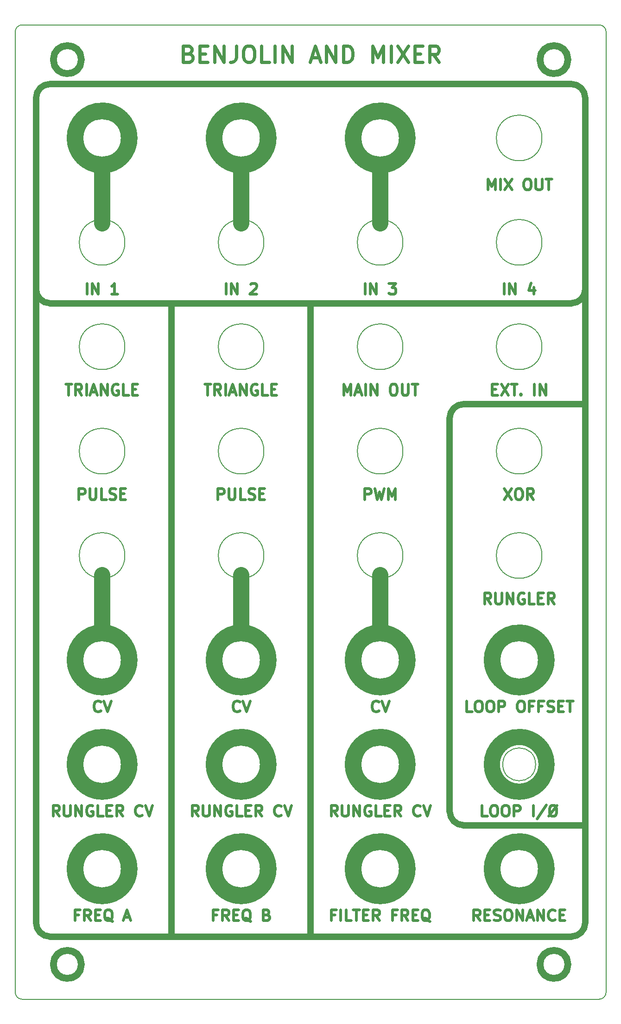
<source format=gbr>
G04 #@! TF.GenerationSoftware,KiCad,Pcbnew,(5.1.2-1)-1*
G04 #@! TF.CreationDate,2019-08-21T15:26:35+02:00*
G04 #@! TF.ProjectId,Benjolin_Panel,42656e6a-6f6c-4696-9e5f-50616e656c2e,rev?*
G04 #@! TF.SameCoordinates,Original*
G04 #@! TF.FileFunction,Copper,L1,Top*
G04 #@! TF.FilePolarity,Positive*
%FSLAX46Y46*%
G04 Gerber Fmt 4.6, Leading zero omitted, Abs format (unit mm)*
G04 Created by KiCad (PCBNEW (5.1.2-1)-1) date 2019-08-21 15:26:35*
%MOMM*%
%LPD*%
G04 APERTURE LIST*
%ADD10C,0.500000*%
%ADD11C,0.600000*%
%ADD12C,1.200000*%
%ADD13C,3.000000*%
%ADD14C,0.150000*%
G04 APERTURE END LIST*
D10*
X76518333Y-78279761D02*
X77661190Y-78279761D01*
X77089761Y-80279761D02*
X77089761Y-78279761D01*
X79470714Y-80279761D02*
X78804047Y-79327380D01*
X78327857Y-80279761D02*
X78327857Y-78279761D01*
X79089761Y-78279761D01*
X79280238Y-78375000D01*
X79375476Y-78470238D01*
X79470714Y-78660714D01*
X79470714Y-78946428D01*
X79375476Y-79136904D01*
X79280238Y-79232142D01*
X79089761Y-79327380D01*
X78327857Y-79327380D01*
X80327857Y-80279761D02*
X80327857Y-78279761D01*
X81185000Y-79708333D02*
X82137380Y-79708333D01*
X80994523Y-80279761D02*
X81661190Y-78279761D01*
X82327857Y-80279761D01*
X82994523Y-80279761D02*
X82994523Y-78279761D01*
X84137380Y-80279761D01*
X84137380Y-78279761D01*
X86137380Y-78375000D02*
X85946904Y-78279761D01*
X85661190Y-78279761D01*
X85375476Y-78375000D01*
X85185000Y-78565476D01*
X85089761Y-78755952D01*
X84994523Y-79136904D01*
X84994523Y-79422619D01*
X85089761Y-79803571D01*
X85185000Y-79994047D01*
X85375476Y-80184523D01*
X85661190Y-80279761D01*
X85851666Y-80279761D01*
X86137380Y-80184523D01*
X86232619Y-80089285D01*
X86232619Y-79422619D01*
X85851666Y-79422619D01*
X88042142Y-80279761D02*
X87089761Y-80279761D01*
X87089761Y-78279761D01*
X88708809Y-79232142D02*
X89375476Y-79232142D01*
X89661190Y-80279761D02*
X88708809Y-80279761D01*
X88708809Y-78279761D01*
X89661190Y-78279761D01*
X104346904Y-99329761D02*
X104346904Y-97329761D01*
X105108809Y-97329761D01*
X105299285Y-97425000D01*
X105394523Y-97520238D01*
X105489761Y-97710714D01*
X105489761Y-97996428D01*
X105394523Y-98186904D01*
X105299285Y-98282142D01*
X105108809Y-98377380D01*
X104346904Y-98377380D01*
X106346904Y-97329761D02*
X106346904Y-98948809D01*
X106442142Y-99139285D01*
X106537380Y-99234523D01*
X106727857Y-99329761D01*
X107108809Y-99329761D01*
X107299285Y-99234523D01*
X107394523Y-99139285D01*
X107489761Y-98948809D01*
X107489761Y-97329761D01*
X109394523Y-99329761D02*
X108442142Y-99329761D01*
X108442142Y-97329761D01*
X109965952Y-99234523D02*
X110251666Y-99329761D01*
X110727857Y-99329761D01*
X110918333Y-99234523D01*
X111013571Y-99139285D01*
X111108809Y-98948809D01*
X111108809Y-98758333D01*
X111013571Y-98567857D01*
X110918333Y-98472619D01*
X110727857Y-98377380D01*
X110346904Y-98282142D01*
X110156428Y-98186904D01*
X110061190Y-98091666D01*
X109965952Y-97901190D01*
X109965952Y-97710714D01*
X110061190Y-97520238D01*
X110156428Y-97425000D01*
X110346904Y-97329761D01*
X110823095Y-97329761D01*
X111108809Y-97425000D01*
X111965952Y-98282142D02*
X112632619Y-98282142D01*
X112918333Y-99329761D02*
X111965952Y-99329761D01*
X111965952Y-97329761D01*
X112918333Y-97329761D01*
X101918333Y-78279761D02*
X103061190Y-78279761D01*
X102489761Y-80279761D02*
X102489761Y-78279761D01*
X104870714Y-80279761D02*
X104204047Y-79327380D01*
X103727857Y-80279761D02*
X103727857Y-78279761D01*
X104489761Y-78279761D01*
X104680238Y-78375000D01*
X104775476Y-78470238D01*
X104870714Y-78660714D01*
X104870714Y-78946428D01*
X104775476Y-79136904D01*
X104680238Y-79232142D01*
X104489761Y-79327380D01*
X103727857Y-79327380D01*
X105727857Y-80279761D02*
X105727857Y-78279761D01*
X106585000Y-79708333D02*
X107537380Y-79708333D01*
X106394523Y-80279761D02*
X107061190Y-78279761D01*
X107727857Y-80279761D01*
X108394523Y-80279761D02*
X108394523Y-78279761D01*
X109537380Y-80279761D01*
X109537380Y-78279761D01*
X111537380Y-78375000D02*
X111346904Y-78279761D01*
X111061190Y-78279761D01*
X110775476Y-78375000D01*
X110585000Y-78565476D01*
X110489761Y-78755952D01*
X110394523Y-79136904D01*
X110394523Y-79422619D01*
X110489761Y-79803571D01*
X110585000Y-79994047D01*
X110775476Y-80184523D01*
X111061190Y-80279761D01*
X111251666Y-80279761D01*
X111537380Y-80184523D01*
X111632619Y-80089285D01*
X111632619Y-79422619D01*
X111251666Y-79422619D01*
X113442142Y-80279761D02*
X112489761Y-80279761D01*
X112489761Y-78279761D01*
X114108809Y-79232142D02*
X114775476Y-79232142D01*
X115061190Y-80279761D02*
X114108809Y-80279761D01*
X114108809Y-78279761D01*
X115061190Y-78279761D01*
X82946904Y-137874285D02*
X82851666Y-137969523D01*
X82565952Y-138064761D01*
X82375476Y-138064761D01*
X82089761Y-137969523D01*
X81899285Y-137779047D01*
X81804047Y-137588571D01*
X81708809Y-137207619D01*
X81708809Y-136921904D01*
X81804047Y-136540952D01*
X81899285Y-136350476D01*
X82089761Y-136160000D01*
X82375476Y-136064761D01*
X82565952Y-136064761D01*
X82851666Y-136160000D01*
X82946904Y-136255238D01*
X83518333Y-136064761D02*
X84185000Y-138064761D01*
X84851666Y-136064761D01*
X108346904Y-137874285D02*
X108251666Y-137969523D01*
X107965952Y-138064761D01*
X107775476Y-138064761D01*
X107489761Y-137969523D01*
X107299285Y-137779047D01*
X107204047Y-137588571D01*
X107108809Y-137207619D01*
X107108809Y-136921904D01*
X107204047Y-136540952D01*
X107299285Y-136350476D01*
X107489761Y-136160000D01*
X107775476Y-136064761D01*
X107965952Y-136064761D01*
X108251666Y-136160000D01*
X108346904Y-136255238D01*
X108918333Y-136064761D02*
X109585000Y-138064761D01*
X110251666Y-136064761D01*
X78946904Y-99329761D02*
X78946904Y-97329761D01*
X79708809Y-97329761D01*
X79899285Y-97425000D01*
X79994523Y-97520238D01*
X80089761Y-97710714D01*
X80089761Y-97996428D01*
X79994523Y-98186904D01*
X79899285Y-98282142D01*
X79708809Y-98377380D01*
X78946904Y-98377380D01*
X80946904Y-97329761D02*
X80946904Y-98948809D01*
X81042142Y-99139285D01*
X81137380Y-99234523D01*
X81327857Y-99329761D01*
X81708809Y-99329761D01*
X81899285Y-99234523D01*
X81994523Y-99139285D01*
X82089761Y-98948809D01*
X82089761Y-97329761D01*
X83994523Y-99329761D02*
X83042142Y-99329761D01*
X83042142Y-97329761D01*
X84565952Y-99234523D02*
X84851666Y-99329761D01*
X85327857Y-99329761D01*
X85518333Y-99234523D01*
X85613571Y-99139285D01*
X85708809Y-98948809D01*
X85708809Y-98758333D01*
X85613571Y-98567857D01*
X85518333Y-98472619D01*
X85327857Y-98377380D01*
X84946904Y-98282142D01*
X84756428Y-98186904D01*
X84661190Y-98091666D01*
X84565952Y-97901190D01*
X84565952Y-97710714D01*
X84661190Y-97520238D01*
X84756428Y-97425000D01*
X84946904Y-97329761D01*
X85423095Y-97329761D01*
X85708809Y-97425000D01*
X86565952Y-98282142D02*
X87232619Y-98282142D01*
X87518333Y-99329761D02*
X86565952Y-99329761D01*
X86565952Y-97329761D01*
X87518333Y-97329761D01*
X131175476Y-99329761D02*
X131175476Y-97329761D01*
X131937380Y-97329761D01*
X132127857Y-97425000D01*
X132223095Y-97520238D01*
X132318333Y-97710714D01*
X132318333Y-97996428D01*
X132223095Y-98186904D01*
X132127857Y-98282142D01*
X131937380Y-98377380D01*
X131175476Y-98377380D01*
X132985000Y-97329761D02*
X133461190Y-99329761D01*
X133842142Y-97901190D01*
X134223095Y-99329761D01*
X134699285Y-97329761D01*
X135461190Y-99329761D02*
X135461190Y-97329761D01*
X136127857Y-98758333D01*
X136794523Y-97329761D01*
X136794523Y-99329761D01*
X78899285Y-175117142D02*
X78232619Y-175117142D01*
X78232619Y-176164761D02*
X78232619Y-174164761D01*
X79185000Y-174164761D01*
X81089761Y-176164761D02*
X80423095Y-175212380D01*
X79946904Y-176164761D02*
X79946904Y-174164761D01*
X80708809Y-174164761D01*
X80899285Y-174260000D01*
X80994523Y-174355238D01*
X81089761Y-174545714D01*
X81089761Y-174831428D01*
X80994523Y-175021904D01*
X80899285Y-175117142D01*
X80708809Y-175212380D01*
X79946904Y-175212380D01*
X81946904Y-175117142D02*
X82613571Y-175117142D01*
X82899285Y-176164761D02*
X81946904Y-176164761D01*
X81946904Y-174164761D01*
X82899285Y-174164761D01*
X85089761Y-176355238D02*
X84899285Y-176260000D01*
X84708809Y-176069523D01*
X84423095Y-175783809D01*
X84232619Y-175688571D01*
X84042142Y-175688571D01*
X84137380Y-176164761D02*
X83946904Y-176069523D01*
X83756428Y-175879047D01*
X83661190Y-175498095D01*
X83661190Y-174831428D01*
X83756428Y-174450476D01*
X83946904Y-174260000D01*
X84137380Y-174164761D01*
X84518333Y-174164761D01*
X84708809Y-174260000D01*
X84899285Y-174450476D01*
X84994523Y-174831428D01*
X84994523Y-175498095D01*
X84899285Y-175879047D01*
X84708809Y-176069523D01*
X84518333Y-176164761D01*
X84137380Y-176164761D01*
X87280238Y-175593333D02*
X88232619Y-175593333D01*
X87089761Y-176164761D02*
X87756428Y-174164761D01*
X88423095Y-176164761D01*
X153575476Y-157114761D02*
X152623095Y-157114761D01*
X152623095Y-155114761D01*
X154623095Y-155114761D02*
X155004047Y-155114761D01*
X155194523Y-155210000D01*
X155385000Y-155400476D01*
X155480238Y-155781428D01*
X155480238Y-156448095D01*
X155385000Y-156829047D01*
X155194523Y-157019523D01*
X155004047Y-157114761D01*
X154623095Y-157114761D01*
X154432619Y-157019523D01*
X154242142Y-156829047D01*
X154146904Y-156448095D01*
X154146904Y-155781428D01*
X154242142Y-155400476D01*
X154432619Y-155210000D01*
X154623095Y-155114761D01*
X156718333Y-155114761D02*
X157099285Y-155114761D01*
X157289761Y-155210000D01*
X157480238Y-155400476D01*
X157575476Y-155781428D01*
X157575476Y-156448095D01*
X157480238Y-156829047D01*
X157289761Y-157019523D01*
X157099285Y-157114761D01*
X156718333Y-157114761D01*
X156527857Y-157019523D01*
X156337380Y-156829047D01*
X156242142Y-156448095D01*
X156242142Y-155781428D01*
X156337380Y-155400476D01*
X156527857Y-155210000D01*
X156718333Y-155114761D01*
X158432619Y-157114761D02*
X158432619Y-155114761D01*
X159194523Y-155114761D01*
X159385000Y-155210000D01*
X159480238Y-155305238D01*
X159575476Y-155495714D01*
X159575476Y-155781428D01*
X159480238Y-155971904D01*
X159385000Y-156067142D01*
X159194523Y-156162380D01*
X158432619Y-156162380D01*
X161956428Y-157114761D02*
X161956428Y-155114761D01*
X164337380Y-155019523D02*
X162623095Y-157590952D01*
X166337380Y-155114761D02*
X164813571Y-157114761D01*
X165385000Y-157114761D02*
X165194523Y-157019523D01*
X165004047Y-156829047D01*
X164908809Y-156448095D01*
X164908809Y-155781428D01*
X165004047Y-155400476D01*
X165194523Y-155210000D01*
X165385000Y-155114761D01*
X165765952Y-155114761D01*
X165956428Y-155210000D01*
X166146904Y-155400476D01*
X166242142Y-155781428D01*
X166242142Y-156448095D01*
X166146904Y-156829047D01*
X165956428Y-157019523D01*
X165765952Y-157114761D01*
X165385000Y-157114761D01*
X80423095Y-61864761D02*
X80423095Y-59864761D01*
X81375476Y-61864761D02*
X81375476Y-59864761D01*
X82518333Y-61864761D01*
X82518333Y-59864761D01*
X86042142Y-61864761D02*
X84899285Y-61864761D01*
X85470714Y-61864761D02*
X85470714Y-59864761D01*
X85280238Y-60150476D01*
X85089761Y-60340952D01*
X84899285Y-60436190D01*
X100775476Y-157114761D02*
X100108809Y-156162380D01*
X99632619Y-157114761D02*
X99632619Y-155114761D01*
X100394523Y-155114761D01*
X100585000Y-155210000D01*
X100680238Y-155305238D01*
X100775476Y-155495714D01*
X100775476Y-155781428D01*
X100680238Y-155971904D01*
X100585000Y-156067142D01*
X100394523Y-156162380D01*
X99632619Y-156162380D01*
X101632619Y-155114761D02*
X101632619Y-156733809D01*
X101727857Y-156924285D01*
X101823095Y-157019523D01*
X102013571Y-157114761D01*
X102394523Y-157114761D01*
X102585000Y-157019523D01*
X102680238Y-156924285D01*
X102775476Y-156733809D01*
X102775476Y-155114761D01*
X103727857Y-157114761D02*
X103727857Y-155114761D01*
X104870714Y-157114761D01*
X104870714Y-155114761D01*
X106870714Y-155210000D02*
X106680238Y-155114761D01*
X106394523Y-155114761D01*
X106108809Y-155210000D01*
X105918333Y-155400476D01*
X105823095Y-155590952D01*
X105727857Y-155971904D01*
X105727857Y-156257619D01*
X105823095Y-156638571D01*
X105918333Y-156829047D01*
X106108809Y-157019523D01*
X106394523Y-157114761D01*
X106585000Y-157114761D01*
X106870714Y-157019523D01*
X106965952Y-156924285D01*
X106965952Y-156257619D01*
X106585000Y-156257619D01*
X108775476Y-157114761D02*
X107823095Y-157114761D01*
X107823095Y-155114761D01*
X109442142Y-156067142D02*
X110108809Y-156067142D01*
X110394523Y-157114761D02*
X109442142Y-157114761D01*
X109442142Y-155114761D01*
X110394523Y-155114761D01*
X112394523Y-157114761D02*
X111727857Y-156162380D01*
X111251666Y-157114761D02*
X111251666Y-155114761D01*
X112013571Y-155114761D01*
X112204047Y-155210000D01*
X112299285Y-155305238D01*
X112394523Y-155495714D01*
X112394523Y-155781428D01*
X112299285Y-155971904D01*
X112204047Y-156067142D01*
X112013571Y-156162380D01*
X111251666Y-156162380D01*
X115918333Y-156924285D02*
X115823095Y-157019523D01*
X115537380Y-157114761D01*
X115346904Y-157114761D01*
X115061190Y-157019523D01*
X114870714Y-156829047D01*
X114775476Y-156638571D01*
X114680238Y-156257619D01*
X114680238Y-155971904D01*
X114775476Y-155590952D01*
X114870714Y-155400476D01*
X115061190Y-155210000D01*
X115346904Y-155114761D01*
X115537380Y-155114761D01*
X115823095Y-155210000D01*
X115918333Y-155305238D01*
X116489761Y-155114761D02*
X117156428Y-157114761D01*
X117823095Y-155114761D01*
X75375476Y-157114761D02*
X74708809Y-156162380D01*
X74232619Y-157114761D02*
X74232619Y-155114761D01*
X74994523Y-155114761D01*
X75185000Y-155210000D01*
X75280238Y-155305238D01*
X75375476Y-155495714D01*
X75375476Y-155781428D01*
X75280238Y-155971904D01*
X75185000Y-156067142D01*
X74994523Y-156162380D01*
X74232619Y-156162380D01*
X76232619Y-155114761D02*
X76232619Y-156733809D01*
X76327857Y-156924285D01*
X76423095Y-157019523D01*
X76613571Y-157114761D01*
X76994523Y-157114761D01*
X77185000Y-157019523D01*
X77280238Y-156924285D01*
X77375476Y-156733809D01*
X77375476Y-155114761D01*
X78327857Y-157114761D02*
X78327857Y-155114761D01*
X79470714Y-157114761D01*
X79470714Y-155114761D01*
X81470714Y-155210000D02*
X81280238Y-155114761D01*
X80994523Y-155114761D01*
X80708809Y-155210000D01*
X80518333Y-155400476D01*
X80423095Y-155590952D01*
X80327857Y-155971904D01*
X80327857Y-156257619D01*
X80423095Y-156638571D01*
X80518333Y-156829047D01*
X80708809Y-157019523D01*
X80994523Y-157114761D01*
X81185000Y-157114761D01*
X81470714Y-157019523D01*
X81565952Y-156924285D01*
X81565952Y-156257619D01*
X81185000Y-156257619D01*
X83375476Y-157114761D02*
X82423095Y-157114761D01*
X82423095Y-155114761D01*
X84042142Y-156067142D02*
X84708809Y-156067142D01*
X84994523Y-157114761D02*
X84042142Y-157114761D01*
X84042142Y-155114761D01*
X84994523Y-155114761D01*
X86994523Y-157114761D02*
X86327857Y-156162380D01*
X85851666Y-157114761D02*
X85851666Y-155114761D01*
X86613571Y-155114761D01*
X86804047Y-155210000D01*
X86899285Y-155305238D01*
X86994523Y-155495714D01*
X86994523Y-155781428D01*
X86899285Y-155971904D01*
X86804047Y-156067142D01*
X86613571Y-156162380D01*
X85851666Y-156162380D01*
X90518333Y-156924285D02*
X90423095Y-157019523D01*
X90137380Y-157114761D01*
X89946904Y-157114761D01*
X89661190Y-157019523D01*
X89470714Y-156829047D01*
X89375476Y-156638571D01*
X89280238Y-156257619D01*
X89280238Y-155971904D01*
X89375476Y-155590952D01*
X89470714Y-155400476D01*
X89661190Y-155210000D01*
X89946904Y-155114761D01*
X90137380Y-155114761D01*
X90423095Y-155210000D01*
X90518333Y-155305238D01*
X91089761Y-155114761D02*
X91756428Y-157114761D01*
X92423095Y-155114761D01*
X126175476Y-157114761D02*
X125508809Y-156162380D01*
X125032619Y-157114761D02*
X125032619Y-155114761D01*
X125794523Y-155114761D01*
X125985000Y-155210000D01*
X126080238Y-155305238D01*
X126175476Y-155495714D01*
X126175476Y-155781428D01*
X126080238Y-155971904D01*
X125985000Y-156067142D01*
X125794523Y-156162380D01*
X125032619Y-156162380D01*
X127032619Y-155114761D02*
X127032619Y-156733809D01*
X127127857Y-156924285D01*
X127223095Y-157019523D01*
X127413571Y-157114761D01*
X127794523Y-157114761D01*
X127985000Y-157019523D01*
X128080238Y-156924285D01*
X128175476Y-156733809D01*
X128175476Y-155114761D01*
X129127857Y-157114761D02*
X129127857Y-155114761D01*
X130270714Y-157114761D01*
X130270714Y-155114761D01*
X132270714Y-155210000D02*
X132080238Y-155114761D01*
X131794523Y-155114761D01*
X131508809Y-155210000D01*
X131318333Y-155400476D01*
X131223095Y-155590952D01*
X131127857Y-155971904D01*
X131127857Y-156257619D01*
X131223095Y-156638571D01*
X131318333Y-156829047D01*
X131508809Y-157019523D01*
X131794523Y-157114761D01*
X131985000Y-157114761D01*
X132270714Y-157019523D01*
X132365952Y-156924285D01*
X132365952Y-156257619D01*
X131985000Y-156257619D01*
X134175476Y-157114761D02*
X133223095Y-157114761D01*
X133223095Y-155114761D01*
X134842142Y-156067142D02*
X135508809Y-156067142D01*
X135794523Y-157114761D02*
X134842142Y-157114761D01*
X134842142Y-155114761D01*
X135794523Y-155114761D01*
X137794523Y-157114761D02*
X137127857Y-156162380D01*
X136651666Y-157114761D02*
X136651666Y-155114761D01*
X137413571Y-155114761D01*
X137604047Y-155210000D01*
X137699285Y-155305238D01*
X137794523Y-155495714D01*
X137794523Y-155781428D01*
X137699285Y-155971904D01*
X137604047Y-156067142D01*
X137413571Y-156162380D01*
X136651666Y-156162380D01*
X141318333Y-156924285D02*
X141223095Y-157019523D01*
X140937380Y-157114761D01*
X140746904Y-157114761D01*
X140461190Y-157019523D01*
X140270714Y-156829047D01*
X140175476Y-156638571D01*
X140080238Y-156257619D01*
X140080238Y-155971904D01*
X140175476Y-155590952D01*
X140270714Y-155400476D01*
X140461190Y-155210000D01*
X140746904Y-155114761D01*
X140937380Y-155114761D01*
X141223095Y-155210000D01*
X141318333Y-155305238D01*
X141889761Y-155114761D02*
X142556428Y-157114761D01*
X143223095Y-155114761D01*
X133746904Y-137874285D02*
X133651666Y-137969523D01*
X133365952Y-138064761D01*
X133175476Y-138064761D01*
X132889761Y-137969523D01*
X132699285Y-137779047D01*
X132604047Y-137588571D01*
X132508809Y-137207619D01*
X132508809Y-136921904D01*
X132604047Y-136540952D01*
X132699285Y-136350476D01*
X132889761Y-136160000D01*
X133175476Y-136064761D01*
X133365952Y-136064761D01*
X133651666Y-136160000D01*
X133746904Y-136255238D01*
X134318333Y-136064761D02*
X134985000Y-138064761D01*
X135651666Y-136064761D01*
X152242142Y-176164761D02*
X151575476Y-175212380D01*
X151099285Y-176164761D02*
X151099285Y-174164761D01*
X151861190Y-174164761D01*
X152051666Y-174260000D01*
X152146904Y-174355238D01*
X152242142Y-174545714D01*
X152242142Y-174831428D01*
X152146904Y-175021904D01*
X152051666Y-175117142D01*
X151861190Y-175212380D01*
X151099285Y-175212380D01*
X153099285Y-175117142D02*
X153765952Y-175117142D01*
X154051666Y-176164761D02*
X153099285Y-176164761D01*
X153099285Y-174164761D01*
X154051666Y-174164761D01*
X154813571Y-176069523D02*
X155099285Y-176164761D01*
X155575476Y-176164761D01*
X155765952Y-176069523D01*
X155861190Y-175974285D01*
X155956428Y-175783809D01*
X155956428Y-175593333D01*
X155861190Y-175402857D01*
X155765952Y-175307619D01*
X155575476Y-175212380D01*
X155194523Y-175117142D01*
X155004047Y-175021904D01*
X154908809Y-174926666D01*
X154813571Y-174736190D01*
X154813571Y-174545714D01*
X154908809Y-174355238D01*
X155004047Y-174260000D01*
X155194523Y-174164761D01*
X155670714Y-174164761D01*
X155956428Y-174260000D01*
X157194523Y-174164761D02*
X157575476Y-174164761D01*
X157765952Y-174260000D01*
X157956428Y-174450476D01*
X158051666Y-174831428D01*
X158051666Y-175498095D01*
X157956428Y-175879047D01*
X157765952Y-176069523D01*
X157575476Y-176164761D01*
X157194523Y-176164761D01*
X157004047Y-176069523D01*
X156813571Y-175879047D01*
X156718333Y-175498095D01*
X156718333Y-174831428D01*
X156813571Y-174450476D01*
X157004047Y-174260000D01*
X157194523Y-174164761D01*
X158908809Y-176164761D02*
X158908809Y-174164761D01*
X160051666Y-176164761D01*
X160051666Y-174164761D01*
X160908809Y-175593333D02*
X161861190Y-175593333D01*
X160718333Y-176164761D02*
X161384999Y-174164761D01*
X162051666Y-176164761D01*
X162718333Y-176164761D02*
X162718333Y-174164761D01*
X163861190Y-176164761D01*
X163861190Y-174164761D01*
X165956428Y-175974285D02*
X165861190Y-176069523D01*
X165575476Y-176164761D01*
X165384999Y-176164761D01*
X165099285Y-176069523D01*
X164908809Y-175879047D01*
X164813571Y-175688571D01*
X164718333Y-175307619D01*
X164718333Y-175021904D01*
X164813571Y-174640952D01*
X164908809Y-174450476D01*
X165099285Y-174260000D01*
X165384999Y-174164761D01*
X165575476Y-174164761D01*
X165861190Y-174260000D01*
X165956428Y-174355238D01*
X166813571Y-175117142D02*
X167480238Y-175117142D01*
X167765952Y-176164761D02*
X166813571Y-176164761D01*
X166813571Y-174164761D01*
X167765952Y-174164761D01*
X127318333Y-80279761D02*
X127318333Y-78279761D01*
X127985000Y-79708333D01*
X128651666Y-78279761D01*
X128651666Y-80279761D01*
X129508809Y-79708333D02*
X130461190Y-79708333D01*
X129318333Y-80279761D02*
X129985000Y-78279761D01*
X130651666Y-80279761D01*
X131318333Y-80279761D02*
X131318333Y-78279761D01*
X132270714Y-80279761D02*
X132270714Y-78279761D01*
X133413571Y-80279761D01*
X133413571Y-78279761D01*
X136270714Y-78279761D02*
X136651666Y-78279761D01*
X136842142Y-78375000D01*
X137032619Y-78565476D01*
X137127857Y-78946428D01*
X137127857Y-79613095D01*
X137032619Y-79994047D01*
X136842142Y-80184523D01*
X136651666Y-80279761D01*
X136270714Y-80279761D01*
X136080238Y-80184523D01*
X135889761Y-79994047D01*
X135794523Y-79613095D01*
X135794523Y-78946428D01*
X135889761Y-78565476D01*
X136080238Y-78375000D01*
X136270714Y-78279761D01*
X137985000Y-78279761D02*
X137985000Y-79898809D01*
X138080238Y-80089285D01*
X138175476Y-80184523D01*
X138365952Y-80279761D01*
X138746904Y-80279761D01*
X138937380Y-80184523D01*
X139032619Y-80089285D01*
X139127857Y-79898809D01*
X139127857Y-78279761D01*
X139794523Y-78279761D02*
X140937380Y-78279761D01*
X140365952Y-80279761D02*
X140365952Y-78279761D01*
X154480238Y-79232142D02*
X155146904Y-79232142D01*
X155432619Y-80279761D02*
X154480238Y-80279761D01*
X154480238Y-78279761D01*
X155432619Y-78279761D01*
X156099285Y-78279761D02*
X157432619Y-80279761D01*
X157432619Y-78279761D02*
X156099285Y-80279761D01*
X157908809Y-78279761D02*
X159051666Y-78279761D01*
X158480238Y-80279761D02*
X158480238Y-78279761D01*
X159718333Y-80089285D02*
X159813571Y-80184523D01*
X159718333Y-80279761D01*
X159623095Y-80184523D01*
X159718333Y-80089285D01*
X159718333Y-80279761D01*
X162194523Y-80279761D02*
X162194523Y-78279761D01*
X163146904Y-80279761D02*
X163146904Y-78279761D01*
X164289761Y-80279761D01*
X164289761Y-78279761D01*
D11*
X98999285Y-17946714D02*
X99427857Y-18089571D01*
X99570714Y-18232428D01*
X99713571Y-18518142D01*
X99713571Y-18946714D01*
X99570714Y-19232428D01*
X99427857Y-19375285D01*
X99142142Y-19518142D01*
X97999285Y-19518142D01*
X97999285Y-16518142D01*
X98999285Y-16518142D01*
X99285000Y-16661000D01*
X99427857Y-16803857D01*
X99570714Y-17089571D01*
X99570714Y-17375285D01*
X99427857Y-17661000D01*
X99285000Y-17803857D01*
X98999285Y-17946714D01*
X97999285Y-17946714D01*
X100999285Y-17946714D02*
X101999285Y-17946714D01*
X102427857Y-19518142D02*
X100999285Y-19518142D01*
X100999285Y-16518142D01*
X102427857Y-16518142D01*
X103713571Y-19518142D02*
X103713571Y-16518142D01*
X105427857Y-19518142D01*
X105427857Y-16518142D01*
X107713571Y-16518142D02*
X107713571Y-18661000D01*
X107570714Y-19089571D01*
X107285000Y-19375285D01*
X106856428Y-19518142D01*
X106570714Y-19518142D01*
X109713571Y-16518142D02*
X110285000Y-16518142D01*
X110570714Y-16661000D01*
X110856428Y-16946714D01*
X110999285Y-17518142D01*
X110999285Y-18518142D01*
X110856428Y-19089571D01*
X110570714Y-19375285D01*
X110285000Y-19518142D01*
X109713571Y-19518142D01*
X109427857Y-19375285D01*
X109142142Y-19089571D01*
X108999285Y-18518142D01*
X108999285Y-17518142D01*
X109142142Y-16946714D01*
X109427857Y-16661000D01*
X109713571Y-16518142D01*
X113713571Y-19518142D02*
X112285000Y-19518142D01*
X112285000Y-16518142D01*
X114713571Y-19518142D02*
X114713571Y-16518142D01*
X116142142Y-19518142D02*
X116142142Y-16518142D01*
X117856428Y-19518142D01*
X117856428Y-16518142D01*
X121427857Y-18661000D02*
X122856428Y-18661000D01*
X121142142Y-19518142D02*
X122142142Y-16518142D01*
X123142142Y-19518142D01*
X124142142Y-19518142D02*
X124142142Y-16518142D01*
X125856428Y-19518142D01*
X125856428Y-16518142D01*
X127285000Y-19518142D02*
X127285000Y-16518142D01*
X127999285Y-16518142D01*
X128427857Y-16661000D01*
X128713571Y-16946714D01*
X128856428Y-17232428D01*
X128999285Y-17803857D01*
X128999285Y-18232428D01*
X128856428Y-18803857D01*
X128713571Y-19089571D01*
X128427857Y-19375285D01*
X127999285Y-19518142D01*
X127285000Y-19518142D01*
X132570714Y-19518142D02*
X132570714Y-16518142D01*
X133570714Y-18661000D01*
X134570714Y-16518142D01*
X134570714Y-19518142D01*
X135999285Y-19518142D02*
X135999285Y-16518142D01*
X137142142Y-16518142D02*
X139142142Y-19518142D01*
X139142142Y-16518142D02*
X137142142Y-19518142D01*
X140285000Y-17946714D02*
X141285000Y-17946714D01*
X141713571Y-19518142D02*
X140285000Y-19518142D01*
X140285000Y-16518142D01*
X141713571Y-16518142D01*
X144713571Y-19518142D02*
X143713571Y-18089571D01*
X142999285Y-19518142D02*
X142999285Y-16518142D01*
X144142142Y-16518142D01*
X144427857Y-16661000D01*
X144570714Y-16803857D01*
X144713571Y-17089571D01*
X144713571Y-17518142D01*
X144570714Y-17803857D01*
X144427857Y-17946714D01*
X144142142Y-18089571D01*
X142999285Y-18089571D01*
D10*
X131223095Y-61864761D02*
X131223095Y-59864761D01*
X132175476Y-61864761D02*
X132175476Y-59864761D01*
X133318333Y-61864761D01*
X133318333Y-59864761D01*
X135604047Y-59864761D02*
X136842142Y-59864761D01*
X136175476Y-60626666D01*
X136461190Y-60626666D01*
X136651666Y-60721904D01*
X136746904Y-60817142D01*
X136842142Y-61007619D01*
X136842142Y-61483809D01*
X136746904Y-61674285D01*
X136651666Y-61769523D01*
X136461190Y-61864761D01*
X135889761Y-61864761D01*
X135699285Y-61769523D01*
X135604047Y-61674285D01*
X156623095Y-61864761D02*
X156623095Y-59864761D01*
X157575476Y-61864761D02*
X157575476Y-59864761D01*
X158718333Y-61864761D01*
X158718333Y-59864761D01*
X162051666Y-60531428D02*
X162051666Y-61864761D01*
X161575476Y-59769523D02*
X161099285Y-61198095D01*
X162337380Y-61198095D01*
X105823095Y-61864761D02*
X105823095Y-59864761D01*
X106775476Y-61864761D02*
X106775476Y-59864761D01*
X107918333Y-61864761D01*
X107918333Y-59864761D01*
X110299285Y-60055238D02*
X110394523Y-59960000D01*
X110585000Y-59864761D01*
X111061190Y-59864761D01*
X111251666Y-59960000D01*
X111346904Y-60055238D01*
X111442142Y-60245714D01*
X111442142Y-60436190D01*
X111346904Y-60721904D01*
X110204047Y-61864761D01*
X111442142Y-61864761D01*
X125746904Y-175117142D02*
X125080238Y-175117142D01*
X125080238Y-176164761D02*
X125080238Y-174164761D01*
X126032619Y-174164761D01*
X126794523Y-176164761D02*
X126794523Y-174164761D01*
X128699285Y-176164761D02*
X127746904Y-176164761D01*
X127746904Y-174164761D01*
X129080238Y-174164761D02*
X130223095Y-174164761D01*
X129651666Y-176164761D02*
X129651666Y-174164761D01*
X130889761Y-175117142D02*
X131556428Y-175117142D01*
X131842142Y-176164761D02*
X130889761Y-176164761D01*
X130889761Y-174164761D01*
X131842142Y-174164761D01*
X133842142Y-176164761D02*
X133175476Y-175212380D01*
X132699285Y-176164761D02*
X132699285Y-174164761D01*
X133461190Y-174164761D01*
X133651666Y-174260000D01*
X133746904Y-174355238D01*
X133842142Y-174545714D01*
X133842142Y-174831428D01*
X133746904Y-175021904D01*
X133651666Y-175117142D01*
X133461190Y-175212380D01*
X132699285Y-175212380D01*
X136889761Y-175117142D02*
X136223095Y-175117142D01*
X136223095Y-176164761D02*
X136223095Y-174164761D01*
X137175476Y-174164761D01*
X139080238Y-176164761D02*
X138413571Y-175212380D01*
X137937380Y-176164761D02*
X137937380Y-174164761D01*
X138699285Y-174164761D01*
X138889761Y-174260000D01*
X138985000Y-174355238D01*
X139080238Y-174545714D01*
X139080238Y-174831428D01*
X138985000Y-175021904D01*
X138889761Y-175117142D01*
X138699285Y-175212380D01*
X137937380Y-175212380D01*
X139937380Y-175117142D02*
X140604047Y-175117142D01*
X140889761Y-176164761D02*
X139937380Y-176164761D01*
X139937380Y-174164761D01*
X140889761Y-174164761D01*
X143080238Y-176355238D02*
X142889761Y-176260000D01*
X142699285Y-176069523D01*
X142413571Y-175783809D01*
X142223095Y-175688571D01*
X142032619Y-175688571D01*
X142127857Y-176164761D02*
X141937380Y-176069523D01*
X141746904Y-175879047D01*
X141651666Y-175498095D01*
X141651666Y-174831428D01*
X141746904Y-174450476D01*
X141937380Y-174260000D01*
X142127857Y-174164761D01*
X142508809Y-174164761D01*
X142699285Y-174260000D01*
X142889761Y-174450476D01*
X142985000Y-174831428D01*
X142985000Y-175498095D01*
X142889761Y-175879047D01*
X142699285Y-176069523D01*
X142508809Y-176164761D01*
X142127857Y-176164761D01*
X156670714Y-97329761D02*
X158004047Y-99329761D01*
X158004047Y-97329761D02*
X156670714Y-99329761D01*
X159146904Y-97329761D02*
X159527857Y-97329761D01*
X159718333Y-97425000D01*
X159908809Y-97615476D01*
X160004047Y-97996428D01*
X160004047Y-98663095D01*
X159908809Y-99044047D01*
X159718333Y-99234523D01*
X159527857Y-99329761D01*
X159146904Y-99329761D01*
X158956428Y-99234523D01*
X158765952Y-99044047D01*
X158670714Y-98663095D01*
X158670714Y-97996428D01*
X158765952Y-97615476D01*
X158956428Y-97425000D01*
X159146904Y-97329761D01*
X162004047Y-99329761D02*
X161337380Y-98377380D01*
X160861190Y-99329761D02*
X160861190Y-97329761D01*
X161623095Y-97329761D01*
X161813571Y-97425000D01*
X161908809Y-97520238D01*
X162004047Y-97710714D01*
X162004047Y-97996428D01*
X161908809Y-98186904D01*
X161813571Y-98282142D01*
X161623095Y-98377380D01*
X160861190Y-98377380D01*
X153670714Y-42814761D02*
X153670714Y-40814761D01*
X154337380Y-42243333D01*
X155004047Y-40814761D01*
X155004047Y-42814761D01*
X155956428Y-42814761D02*
X155956428Y-40814761D01*
X156718333Y-40814761D02*
X158051666Y-42814761D01*
X158051666Y-40814761D02*
X156718333Y-42814761D01*
X160718333Y-40814761D02*
X161099285Y-40814761D01*
X161289761Y-40910000D01*
X161480238Y-41100476D01*
X161575476Y-41481428D01*
X161575476Y-42148095D01*
X161480238Y-42529047D01*
X161289761Y-42719523D01*
X161099285Y-42814761D01*
X160718333Y-42814761D01*
X160527857Y-42719523D01*
X160337380Y-42529047D01*
X160242142Y-42148095D01*
X160242142Y-41481428D01*
X160337380Y-41100476D01*
X160527857Y-40910000D01*
X160718333Y-40814761D01*
X162432619Y-40814761D02*
X162432619Y-42433809D01*
X162527857Y-42624285D01*
X162623095Y-42719523D01*
X162813571Y-42814761D01*
X163194523Y-42814761D01*
X163385000Y-42719523D01*
X163480238Y-42624285D01*
X163575476Y-42433809D01*
X163575476Y-40814761D01*
X164242142Y-40814761D02*
X165385000Y-40814761D01*
X164813571Y-42814761D02*
X164813571Y-40814761D01*
X154194523Y-118379761D02*
X153527857Y-117427380D01*
X153051666Y-118379761D02*
X153051666Y-116379761D01*
X153813571Y-116379761D01*
X154004047Y-116475000D01*
X154099285Y-116570238D01*
X154194523Y-116760714D01*
X154194523Y-117046428D01*
X154099285Y-117236904D01*
X154004047Y-117332142D01*
X153813571Y-117427380D01*
X153051666Y-117427380D01*
X155051666Y-116379761D02*
X155051666Y-117998809D01*
X155146904Y-118189285D01*
X155242142Y-118284523D01*
X155432619Y-118379761D01*
X155813571Y-118379761D01*
X156004047Y-118284523D01*
X156099285Y-118189285D01*
X156194523Y-117998809D01*
X156194523Y-116379761D01*
X157146904Y-118379761D02*
X157146904Y-116379761D01*
X158289761Y-118379761D01*
X158289761Y-116379761D01*
X160289761Y-116475000D02*
X160099285Y-116379761D01*
X159813571Y-116379761D01*
X159527857Y-116475000D01*
X159337380Y-116665476D01*
X159242142Y-116855952D01*
X159146904Y-117236904D01*
X159146904Y-117522619D01*
X159242142Y-117903571D01*
X159337380Y-118094047D01*
X159527857Y-118284523D01*
X159813571Y-118379761D01*
X160004047Y-118379761D01*
X160289761Y-118284523D01*
X160385000Y-118189285D01*
X160385000Y-117522619D01*
X160004047Y-117522619D01*
X162194523Y-118379761D02*
X161242142Y-118379761D01*
X161242142Y-116379761D01*
X162861190Y-117332142D02*
X163527857Y-117332142D01*
X163813571Y-118379761D02*
X162861190Y-118379761D01*
X162861190Y-116379761D01*
X163813571Y-116379761D01*
X165813571Y-118379761D02*
X165146904Y-117427380D01*
X164670714Y-118379761D02*
X164670714Y-116379761D01*
X165432619Y-116379761D01*
X165623095Y-116475000D01*
X165718333Y-116570238D01*
X165813571Y-116760714D01*
X165813571Y-117046428D01*
X165718333Y-117236904D01*
X165623095Y-117332142D01*
X165432619Y-117427380D01*
X164670714Y-117427380D01*
X150765952Y-138064761D02*
X149813571Y-138064761D01*
X149813571Y-136064761D01*
X151813571Y-136064761D02*
X152194523Y-136064761D01*
X152385000Y-136160000D01*
X152575476Y-136350476D01*
X152670714Y-136731428D01*
X152670714Y-137398095D01*
X152575476Y-137779047D01*
X152385000Y-137969523D01*
X152194523Y-138064761D01*
X151813571Y-138064761D01*
X151623095Y-137969523D01*
X151432619Y-137779047D01*
X151337380Y-137398095D01*
X151337380Y-136731428D01*
X151432619Y-136350476D01*
X151623095Y-136160000D01*
X151813571Y-136064761D01*
X153908809Y-136064761D02*
X154289761Y-136064761D01*
X154480238Y-136160000D01*
X154670714Y-136350476D01*
X154765952Y-136731428D01*
X154765952Y-137398095D01*
X154670714Y-137779047D01*
X154480238Y-137969523D01*
X154289761Y-138064761D01*
X153908809Y-138064761D01*
X153718333Y-137969523D01*
X153527857Y-137779047D01*
X153432619Y-137398095D01*
X153432619Y-136731428D01*
X153527857Y-136350476D01*
X153718333Y-136160000D01*
X153908809Y-136064761D01*
X155623095Y-138064761D02*
X155623095Y-136064761D01*
X156385000Y-136064761D01*
X156575476Y-136160000D01*
X156670714Y-136255238D01*
X156765952Y-136445714D01*
X156765952Y-136731428D01*
X156670714Y-136921904D01*
X156575476Y-137017142D01*
X156385000Y-137112380D01*
X155623095Y-137112380D01*
X159527857Y-136064761D02*
X159908809Y-136064761D01*
X160099285Y-136160000D01*
X160289761Y-136350476D01*
X160385000Y-136731428D01*
X160385000Y-137398095D01*
X160289761Y-137779047D01*
X160099285Y-137969523D01*
X159908809Y-138064761D01*
X159527857Y-138064761D01*
X159337380Y-137969523D01*
X159146904Y-137779047D01*
X159051666Y-137398095D01*
X159051666Y-136731428D01*
X159146904Y-136350476D01*
X159337380Y-136160000D01*
X159527857Y-136064761D01*
X161908809Y-137017142D02*
X161242142Y-137017142D01*
X161242142Y-138064761D02*
X161242142Y-136064761D01*
X162194523Y-136064761D01*
X163623095Y-137017142D02*
X162956428Y-137017142D01*
X162956428Y-138064761D02*
X162956428Y-136064761D01*
X163908809Y-136064761D01*
X164575476Y-137969523D02*
X164861190Y-138064761D01*
X165337380Y-138064761D01*
X165527857Y-137969523D01*
X165623095Y-137874285D01*
X165718333Y-137683809D01*
X165718333Y-137493333D01*
X165623095Y-137302857D01*
X165527857Y-137207619D01*
X165337380Y-137112380D01*
X164956428Y-137017142D01*
X164765952Y-136921904D01*
X164670714Y-136826666D01*
X164575476Y-136636190D01*
X164575476Y-136445714D01*
X164670714Y-136255238D01*
X164765952Y-136160000D01*
X164956428Y-136064761D01*
X165432619Y-136064761D01*
X165718333Y-136160000D01*
X166575476Y-137017142D02*
X167242142Y-137017142D01*
X167527857Y-138064761D02*
X166575476Y-138064761D01*
X166575476Y-136064761D01*
X167527857Y-136064761D01*
X168099285Y-136064761D02*
X169242142Y-136064761D01*
X168670714Y-138064761D02*
X168670714Y-136064761D01*
X104156428Y-175117142D02*
X103489761Y-175117142D01*
X103489761Y-176164761D02*
X103489761Y-174164761D01*
X104442142Y-174164761D01*
X106346904Y-176164761D02*
X105680238Y-175212380D01*
X105204047Y-176164761D02*
X105204047Y-174164761D01*
X105965952Y-174164761D01*
X106156428Y-174260000D01*
X106251666Y-174355238D01*
X106346904Y-174545714D01*
X106346904Y-174831428D01*
X106251666Y-175021904D01*
X106156428Y-175117142D01*
X105965952Y-175212380D01*
X105204047Y-175212380D01*
X107204047Y-175117142D02*
X107870714Y-175117142D01*
X108156428Y-176164761D02*
X107204047Y-176164761D01*
X107204047Y-174164761D01*
X108156428Y-174164761D01*
X110346904Y-176355238D02*
X110156428Y-176260000D01*
X109965952Y-176069523D01*
X109680238Y-175783809D01*
X109489761Y-175688571D01*
X109299285Y-175688571D01*
X109394523Y-176164761D02*
X109204047Y-176069523D01*
X109013571Y-175879047D01*
X108918333Y-175498095D01*
X108918333Y-174831428D01*
X109013571Y-174450476D01*
X109204047Y-174260000D01*
X109394523Y-174164761D01*
X109775476Y-174164761D01*
X109965952Y-174260000D01*
X110156428Y-174450476D01*
X110251666Y-174831428D01*
X110251666Y-175498095D01*
X110156428Y-175879047D01*
X109965952Y-176069523D01*
X109775476Y-176164761D01*
X109394523Y-176164761D01*
X113299285Y-175117142D02*
X113585000Y-175212380D01*
X113680238Y-175307619D01*
X113775476Y-175498095D01*
X113775476Y-175783809D01*
X113680238Y-175974285D01*
X113585000Y-176069523D01*
X113394523Y-176164761D01*
X112632619Y-176164761D01*
X112632619Y-174164761D01*
X113299285Y-174164761D01*
X113489761Y-174260000D01*
X113585000Y-174355238D01*
X113680238Y-174545714D01*
X113680238Y-174736190D01*
X113585000Y-174926666D01*
X113489761Y-175021904D01*
X113299285Y-175117142D01*
X112632619Y-175117142D01*
D12*
X79435000Y-184150000D02*
G75*
G03X79435000Y-184150000I-2600000J0D01*
G01*
D13*
X83185000Y-48895000D02*
X83185000Y-39370000D01*
D12*
X168335000Y-19050000D02*
G75*
G03X168335000Y-19050000I-2600000J0D01*
G01*
X79435000Y-19050000D02*
G75*
G03X79435000Y-19050000I-2600000J0D01*
G01*
D13*
X83185000Y-122555000D02*
X83185000Y-113030000D01*
D12*
X149225000Y-158750000D02*
G75*
G02X146685000Y-156210000I0J2540000D01*
G01*
D14*
X173990000Y-190500000D02*
X68580000Y-190500000D01*
X173990000Y-12700000D02*
G75*
G02X175260000Y-13970000I0J-1270000D01*
G01*
D13*
X133985000Y-122555000D02*
X133985000Y-113030000D01*
D12*
X168335000Y-184150000D02*
G75*
G03X168335000Y-184150000I-2600000J0D01*
G01*
D13*
X108585000Y-48895000D02*
X108585000Y-39370000D01*
X108585000Y-122555000D02*
X108585000Y-113030000D01*
X88185000Y-147637500D02*
G75*
G03X88185000Y-147637500I-5000000J0D01*
G01*
X88185000Y-33337500D02*
G75*
G03X88185000Y-33337500I-5000000J0D01*
G01*
X138985000Y-128587500D02*
G75*
G03X138985000Y-128587500I-5000000J0D01*
G01*
X113585000Y-147637500D02*
G75*
G03X113585000Y-147637500I-5000000J0D01*
G01*
X133985000Y-48895000D02*
X133985000Y-39370000D01*
D14*
X68580000Y-12700000D02*
X173990000Y-12700000D01*
D13*
X113585000Y-166687500D02*
G75*
G03X113585000Y-166687500I-5000000J0D01*
G01*
D14*
X67310000Y-189230000D02*
X67310000Y-13970000D01*
D13*
X138985000Y-147637500D02*
G75*
G03X138985000Y-147637500I-5000000J0D01*
G01*
X88185000Y-166687500D02*
G75*
G03X88185000Y-166687500I-5000000J0D01*
G01*
D14*
X68580000Y-190500000D02*
G75*
G02X67310000Y-189230000I0J1270000D01*
G01*
X175260000Y-189230000D02*
G75*
G02X173990000Y-190500000I-1270000J0D01*
G01*
D12*
X146685000Y-84455000D02*
G75*
G02X149225000Y-81915000I2540000J0D01*
G01*
D14*
X67310000Y-13970000D02*
G75*
G02X68580000Y-12700000I1270000J0D01*
G01*
X175260000Y-13970000D02*
X175260000Y-189230000D01*
D13*
X164385000Y-128587500D02*
G75*
G03X164385000Y-128587500I-5000000J0D01*
G01*
D14*
X112085000Y-147637500D02*
G75*
G03X112085000Y-147637500I-3500000J0D01*
G01*
X137485000Y-128587500D02*
G75*
G03X137485000Y-128587500I-3500000J0D01*
G01*
X86685000Y-128587500D02*
G75*
G03X86685000Y-128587500I-3500000J0D01*
G01*
X137485000Y-166687500D02*
G75*
G03X137485000Y-166687500I-3500000J0D01*
G01*
X162885000Y-128587500D02*
G75*
G03X162885000Y-128587500I-3500000J0D01*
G01*
X167735000Y-19050000D02*
G75*
G03X167735000Y-19050000I-2000000J0D01*
G01*
D13*
X164385000Y-147637500D02*
G75*
G03X164385000Y-147637500I-5000000J0D01*
G01*
D14*
X137485000Y-147637500D02*
G75*
G03X137485000Y-147637500I-3500000J0D01*
G01*
X78835000Y-184150000D02*
G75*
G03X78835000Y-184150000I-2000000J0D01*
G01*
X112085000Y-128587500D02*
G75*
G03X112085000Y-128587500I-3500000J0D01*
G01*
X137485000Y-33337500D02*
G75*
G03X137485000Y-33337500I-3500000J0D01*
G01*
D13*
X113585000Y-33337500D02*
G75*
G03X113585000Y-33337500I-5000000J0D01*
G01*
X138985000Y-166687500D02*
G75*
G03X138985000Y-166687500I-5000000J0D01*
G01*
X164385000Y-166687500D02*
G75*
G03X164385000Y-166687500I-5000000J0D01*
G01*
D14*
X112085000Y-166687500D02*
G75*
G03X112085000Y-166687500I-3500000J0D01*
G01*
D13*
X138985000Y-33337500D02*
G75*
G03X138985000Y-33337500I-5000000J0D01*
G01*
D14*
X112077500Y-33337500D02*
G75*
G03X112077500Y-33337500I-3500000J0D01*
G01*
D13*
X113585000Y-128587500D02*
G75*
G03X113585000Y-128587500I-5000000J0D01*
G01*
D14*
X86685000Y-147637500D02*
G75*
G03X86685000Y-147637500I-3500000J0D01*
G01*
X167735000Y-184150000D02*
G75*
G03X167735000Y-184150000I-2000000J0D01*
G01*
X162885000Y-166687500D02*
G75*
G03X162885000Y-166687500I-3500000J0D01*
G01*
D12*
X168910000Y-23495000D02*
X73660000Y-23495000D01*
D14*
X86685000Y-166687500D02*
G75*
G03X86685000Y-166687500I-3500000J0D01*
G01*
X86685000Y-33337500D02*
G75*
G03X86685000Y-33337500I-3500000J0D01*
G01*
D12*
X168910000Y-179070000D02*
X73660000Y-179070000D01*
X171450000Y-26035000D02*
X171450000Y-176530000D01*
D14*
X78835000Y-19050000D02*
G75*
G03X78835000Y-19050000I-2000000J0D01*
G01*
D13*
X88185000Y-128587500D02*
G75*
G03X88185000Y-128587500I-5000000J0D01*
G01*
D12*
X73660000Y-63500000D02*
G75*
G02X71120000Y-60960000I0J2540000D01*
G01*
X171450000Y-81915000D02*
X149225000Y-81915000D01*
X73660000Y-179070000D02*
G75*
G02X71120000Y-176530000I0J2540000D01*
G01*
X171450000Y-158750000D02*
X149225000Y-158750000D01*
X71120000Y-26035000D02*
X71120000Y-176530000D01*
X121285000Y-63500000D02*
X121285000Y-179070000D01*
X146685000Y-84455000D02*
X146685000Y-156210000D01*
X168910000Y-23495000D02*
G75*
G02X171450000Y-26035000I0J-2540000D01*
G01*
X95885000Y-63500000D02*
X95885000Y-179070000D01*
D14*
X162385000Y-147645000D02*
G75*
G03X162385000Y-147645000I-3000000J0D01*
G01*
D12*
X171450000Y-60960000D02*
G75*
G02X168910000Y-63500000I-2540000J0D01*
G01*
X168910000Y-63500000D02*
X73660000Y-63500000D01*
X71120000Y-26035000D02*
G75*
G02X73660000Y-23495000I2540000J0D01*
G01*
X171450000Y-176530000D02*
G75*
G02X168910000Y-179070000I-2540000J0D01*
G01*
D14*
X163550600Y-52387500D02*
G75*
G03X163550600Y-52387500I-4165600J0D01*
G01*
X138150600Y-90487500D02*
G75*
G03X138150600Y-90487500I-4165600J0D01*
G01*
X112750600Y-109537500D02*
G75*
G03X112750600Y-109537500I-4165600J0D01*
G01*
X87350600Y-71437500D02*
G75*
G03X87350600Y-71437500I-4165600J0D01*
G01*
X87350600Y-90487500D02*
G75*
G03X87350600Y-90487500I-4165600J0D01*
G01*
X138150600Y-109537500D02*
G75*
G03X138150600Y-109537500I-4165600J0D01*
G01*
X163550600Y-90487500D02*
G75*
G03X163550600Y-90487500I-4165600J0D01*
G01*
X163550600Y-109537500D02*
G75*
G03X163550600Y-109537500I-4165600J0D01*
G01*
X87350600Y-109537500D02*
G75*
G03X87350600Y-109537500I-4165600J0D01*
G01*
X163550600Y-33337500D02*
G75*
G03X163550600Y-33337500I-4165600J0D01*
G01*
X163550600Y-71437500D02*
G75*
G03X163550600Y-71437500I-4165600J0D01*
G01*
X112750600Y-90487500D02*
G75*
G03X112750600Y-90487500I-4165600J0D01*
G01*
X138150600Y-71437500D02*
G75*
G03X138150600Y-71437500I-4165600J0D01*
G01*
X87350600Y-52387500D02*
G75*
G03X87350600Y-52387500I-4165600J0D01*
G01*
X112750600Y-71437500D02*
G75*
G03X112750600Y-71437500I-4165600J0D01*
G01*
X112750600Y-52387500D02*
G75*
G03X112750600Y-52387500I-4165600J0D01*
G01*
X138150600Y-52387500D02*
G75*
G03X138150600Y-52387500I-4165600J0D01*
G01*
M02*

</source>
